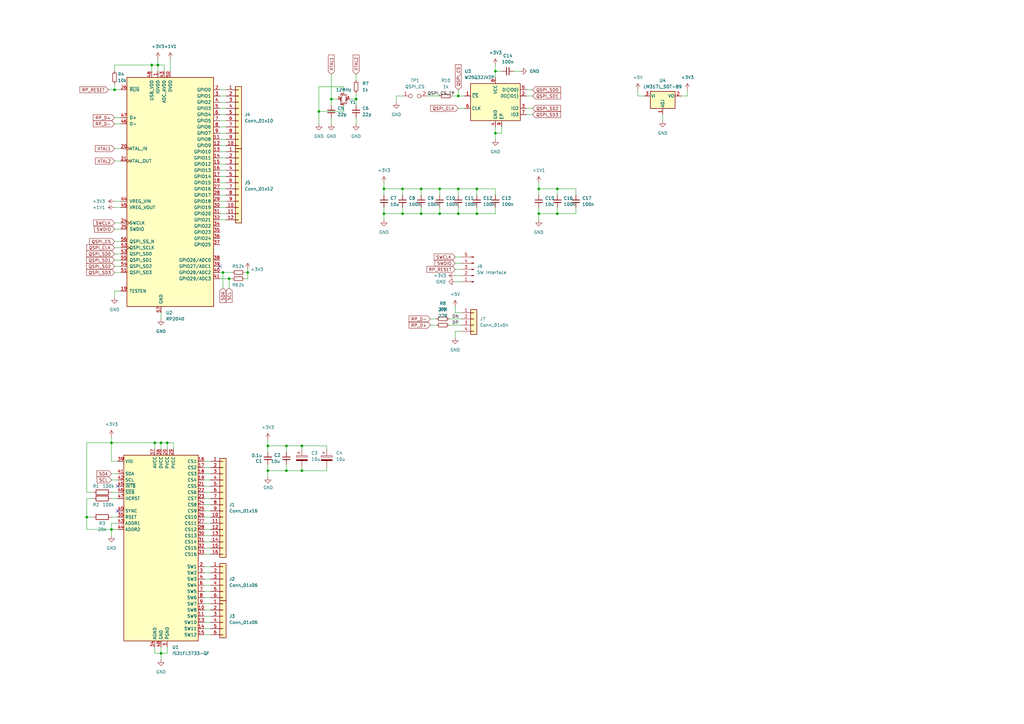
<source format=kicad_sch>
(kicad_sch (version 20230121) (generator eeschema)
  (paper "A3")
  (lib_symbols
    (symbol "Connector:Conn_01x05_Male" (pin_names (offset 1.016) hide)
      (property "Reference" "J" (at 0 7.62 0))
      (property "Value" "Conn_01x05_Male" (at 0 -7.62 0))
      (symbol "Conn_01x05_Male_1_1"
        (pin passive line (at 5.08 5.08 180) (length 3.81) (name "Pin_1") (number "1"))
        (pin passive line (at 5.08 2.54 180) (length 3.81) (name "Pin_2") (number "2"))
        (pin passive line (at 5.08 0 180) (length 3.81) (name "Pin_3") (number "3"))
        (pin passive line (at 5.08 -2.54 180) (length 3.81) (name "Pin_4") (number "4"))
        (pin passive line (at 5.08 -5.08 180) (length 3.81) (name "Pin_5") (number "5"))
      )
    )
    (symbol "Connector:TestPoint_2Pole" (pin_names (offset 0.762) hide)
      (property "Reference" "TP" (at 0 1.524 0))
      (property "Value" "TestPoint_2Pole" (at 0 -1.778 0))
      (symbol "TestPoint_2Pole_0_1"
        (pin passive line (at -5.08 0 0) (length 2.54) (name "1") (number "1"))
        (pin passive line (at 5.08 0 180) (length 2.54) (name "2") (number "2"))
      )
    )
    (symbol "Connector_Generic:Conn_01x04" (pin_names (offset 1.016) hide)
      (property "Reference" "J" (at 0 5.08 0))
      (property "Value" "Conn_01x04" (at 0 -7.62 0))
      (symbol "Conn_01x04_1_1"
        (pin passive line (at -5.08 2.54 0) (length 3.81) (name "Pin_1") (number "1"))
        (pin passive line (at -5.08 0 0) (length 3.81) (name "Pin_2") (number "2"))
        (pin passive line (at -5.08 -2.54 0) (length 3.81) (name "Pin_3") (number "3"))
        (pin passive line (at -5.08 -5.08 0) (length 3.81) (name "Pin_4") (number "4"))
      )
    )
    (symbol "Connector_Generic:Conn_01x06" (pin_names (offset 1.016) hide)
      (property "Reference" "J" (at 0 7.62 0))
      (property "Value" "Conn_01x06" (at 0 -10.16 0))
      (symbol "Conn_01x06_1_1"
        (pin passive line (at -5.08 5.08 0) (length 3.81) (name "Pin_1") (number "1"))
        (pin passive line (at -5.08 2.54 0) (length 3.81) (name "Pin_2") (number "2"))
        (pin passive line (at -5.08 0 0) (length 3.81) (name "Pin_3") (number "3"))
        (pin passive line (at -5.08 -2.54 0) (length 3.81) (name "Pin_4") (number "4"))
        (pin passive line (at -5.08 -5.08 0) (length 3.81) (name "Pin_5") (number "5"))
        (pin passive line (at -5.08 -7.62 0) (length 3.81) (name "Pin_6") (number "6"))
      )
    )
    (symbol "Connector_Generic:Conn_01x10" (pin_names (offset 1.016) hide)
      (property "Reference" "J" (at 0 12.7 0))
      (property "Value" "Conn_01x10" (at 0 -15.24 0))
      (symbol "Conn_01x10_1_1"
        (pin passive line (at -5.08 10.16 0) (length 3.81) (name "Pin_1") (number "1"))
        (pin passive line (at -5.08 -12.7 0) (length 3.81) (name "Pin_10") (number "10"))
        (pin passive line (at -5.08 7.62 0) (length 3.81) (name "Pin_2") (number "2"))
        (pin passive line (at -5.08 5.08 0) (length 3.81) (name "Pin_3") (number "3"))
        (pin passive line (at -5.08 2.54 0) (length 3.81) (name "Pin_4") (number "4"))
        (pin passive line (at -5.08 0 0) (length 3.81) (name "Pin_5") (number "5"))
        (pin passive line (at -5.08 -2.54 0) (length 3.81) (name "Pin_6") (number "6"))
        (pin passive line (at -5.08 -5.08 0) (length 3.81) (name "Pin_7") (number "7"))
        (pin passive line (at -5.08 -7.62 0) (length 3.81) (name "Pin_8") (number "8"))
        (pin passive line (at -5.08 -10.16 0) (length 3.81) (name "Pin_9") (number "9"))
      )
    )
    (symbol "Connector_Generic:Conn_01x12" (pin_names (offset 1.016) hide)
      (property "Reference" "J" (at 0 15.24 0))
      (property "Value" "Conn_01x12" (at 0 -17.78 0))
      (symbol "Conn_01x12_1_1"
        (pin passive line (at -5.08 12.7 0) (length 3.81) (name "Pin_1") (number "1"))
        (pin passive line (at -5.08 -10.16 0) (length 3.81) (name "Pin_10") (number "10"))
        (pin passive line (at -5.08 -12.7 0) (length 3.81) (name "Pin_11") (number "11"))
        (pin passive line (at -5.08 -15.24 0) (length 3.81) (name "Pin_12") (number "12"))
        (pin passive line (at -5.08 10.16 0) (length 3.81) (name "Pin_2") (number "2"))
        (pin passive line (at -5.08 7.62 0) (length 3.81) (name "Pin_3") (number "3"))
        (pin passive line (at -5.08 5.08 0) (length 3.81) (name "Pin_4") (number "4"))
        (pin passive line (at -5.08 2.54 0) (length 3.81) (name "Pin_5") (number "5"))
        (pin passive line (at -5.08 0 0) (length 3.81) (name "Pin_6") (number "6"))
        (pin passive line (at -5.08 -2.54 0) (length 3.81) (name "Pin_7") (number "7"))
        (pin passive line (at -5.08 -5.08 0) (length 3.81) (name "Pin_8") (number "8"))
        (pin passive line (at -5.08 -7.62 0) (length 3.81) (name "Pin_9") (number "9"))
      )
    )
    (symbol "Connector_Generic:Conn_01x16" (pin_names (offset 1.016) hide)
      (property "Reference" "J" (at 0 20.32 0))
      (property "Value" "Conn_01x16" (at 0 -22.86 0))
      (symbol "Conn_01x16_1_1"
        (pin passive line (at -5.08 17.78 0) (length 3.81) (name "Pin_1") (number "1"))
        (pin passive line (at -5.08 -5.08 0) (length 3.81) (name "Pin_10") (number "10"))
        (pin passive line (at -5.08 -7.62 0) (length 3.81) (name "Pin_11") (number "11"))
        (pin passive line (at -5.08 -10.16 0) (length 3.81) (name "Pin_12") (number "12"))
        (pin passive line (at -5.08 -12.7 0) (length 3.81) (name "Pin_13") (number "13"))
        (pin passive line (at -5.08 -15.24 0) (length 3.81) (name "Pin_14") (number "14"))
        (pin passive line (at -5.08 -17.78 0) (length 3.81) (name "Pin_15") (number "15"))
        (pin passive line (at -5.08 -20.32 0) (length 3.81) (name "Pin_16") (number "16"))
        (pin passive line (at -5.08 15.24 0) (length 3.81) (name "Pin_2") (number "2"))
        (pin passive line (at -5.08 12.7 0) (length 3.81) (name "Pin_3") (number "3"))
        (pin passive line (at -5.08 10.16 0) (length 3.81) (name "Pin_4") (number "4"))
        (pin passive line (at -5.08 7.62 0) (length 3.81) (name "Pin_5") (number "5"))
        (pin passive line (at -5.08 5.08 0) (length 3.81) (name "Pin_6") (number "6"))
        (pin passive line (at -5.08 2.54 0) (length 3.81) (name "Pin_7") (number "7"))
        (pin passive line (at -5.08 0 0) (length 3.81) (name "Pin_8") (number "8"))
        (pin passive line (at -5.08 -2.54 0) (length 3.81) (name "Pin_9") (number "9"))
      )
    )
    (symbol "Device:C_Polarized" (pin_numbers hide) (pin_names (offset 0.254))
      (property "Reference" "C" (at 0.635 2.54 0))
      (property "Value" "C_Polarized" (at 0.635 -2.54 0))
      (symbol "C_Polarized_1_1"
        (pin passive line (at 0 3.81 270) (length 2.794) (name "~") (number "1"))
        (pin passive line (at 0 -3.81 90) (length 2.794) (name "~") (number "2"))
      )
    )
    (symbol "Device:C_Small" (pin_numbers hide) (pin_names (offset 0.254) hide)
      (property "Reference" "C" (at 0.254 1.778 0))
      (property "Value" "C_Small" (at 0.254 -2.032 0))
      (symbol "C_Small_1_1"
        (pin passive line (at 0 2.54 270) (length 2.032) (name "~") (number "1"))
        (pin passive line (at 0 -2.54 90) (length 2.032) (name "~") (number "2"))
      )
    )
    (symbol "Device:Crystal_GND24_Small" (pin_names (offset 1.016) hide)
      (property "Reference" "Y" (at 1.27 4.445 0))
      (property "Value" "Crystal_GND24_Small" (at 1.27 2.54 0))
      (symbol "Crystal_GND24_Small_1_1"
        (pin passive line (at -2.54 0 0) (length 1.27) (name "1") (number "1"))
        (pin passive line (at 0 -2.54 90) (length 0.635) (name "2") (number "2"))
        (pin passive line (at 2.54 0 180) (length 1.27) (name "3") (number "3"))
        (pin passive line (at 0 2.54 270) (length 0.635) (name "4") (number "4"))
      )
    )
    (symbol "Device:R" (pin_numbers hide) (pin_names (offset 0))
      (property "Reference" "R" (at 2.032 0 90))
      (property "Value" "R" (at 0 0 90))
      (symbol "R_1_1"
        (pin passive line (at 0 3.81 270) (length 1.27) (name "~") (number "1"))
        (pin passive line (at 0 -3.81 90) (length 1.27) (name "~") (number "2"))
      )
    )
    (symbol "Device:R_Small" (pin_numbers hide) (pin_names (offset 0.254) hide)
      (property "Reference" "R" (at 0.762 0.508 0))
      (property "Value" "R_Small" (at 0.762 -1.016 0))
      (symbol "R_Small_1_1"
        (pin passive line (at 0 2.54 270) (length 0.762) (name "~") (number "1"))
        (pin passive line (at 0 -2.54 90) (length 0.762) (name "~") (number "2"))
      )
    )
    (symbol "Driver_LED:IS31FL3733-QF"
      (property "Reference" "U" (at 0 1.27 0))
      (property "Value" "IS31FL3733-QF" (at 0 -1.27 0))
      (symbol "IS31FL3733-QF_1_1"
        (pin no_connect line (at -15.24 -33.02 0) (length 2.54) hide (name "NC") (number "1"))
        (pin input line (at 17.78 -25.4 180) (length 2.54) (name "SW8") (number "10"))
        (pin input line (at 17.78 -27.94 180) (length 2.54) (name "SW9") (number "11"))
        (pin passive line (at 2.54 -40.64 90) (length 2.54) hide (name "PGND") (number "12"))
        (pin input line (at 17.78 -30.48 180) (length 2.54) (name "SW10") (number "13"))
        (pin input line (at 17.78 -33.02 180) (length 2.54) (name "SW11") (number "14"))
        (pin input line (at 17.78 -35.56 180) (length 2.54) (name "SW12") (number "15"))
        (pin output line (at 17.78 35.56 180) (length 2.54) (name "CS1") (number "16"))
        (pin output line (at 17.78 33.02 180) (length 2.54) (name "CS2") (number "17"))
        (pin output line (at 17.78 30.48 180) (length 2.54) (name "CS3") (number "18"))
        (pin output line (at 17.78 27.94 180) (length 2.54) (name "CS4") (number "19"))
        (pin input line (at 17.78 -7.62 180) (length 2.54) (name "SW1") (number "2"))
        (pin power_in line (at 2.54 40.64 270) (length 2.54) (name "PVCC") (number "20"))
        (pin output line (at 17.78 25.4 180) (length 2.54) (name "CS5") (number "21"))
        (pin output line (at 17.78 22.86 180) (length 2.54) (name "CS6") (number "22"))
        (pin output line (at 17.78 20.32 180) (length 2.54) (name "CS7") (number "23"))
        (pin output line (at 17.78 17.78 180) (length 2.54) (name "CS8") (number "24"))
        (pin output line (at 17.78 15.24 180) (length 2.54) (name "CS9") (number "25"))
        (pin output line (at 17.78 12.7 180) (length 2.54) (name "CS10") (number "26"))
        (pin output line (at 17.78 10.16 180) (length 2.54) (name "CS11") (number "27"))
        (pin output line (at 17.78 7.62 180) (length 2.54) (name "CS12") (number "28"))
        (pin power_in line (at 5.08 40.64 270) (length 2.54) (name "PVCC") (number "29"))
        (pin input line (at 17.78 -10.16 180) (length 2.54) (name "SW2") (number "3"))
        (pin output line (at 17.78 5.08 180) (length 2.54) (name "CS13") (number "30"))
        (pin output line (at 17.78 2.54 180) (length 2.54) (name "CS14") (number "31"))
        (pin output line (at 17.78 0 180) (length 2.54) (name "CS15") (number "32"))
        (pin output line (at 17.78 -2.54 180) (length 2.54) (name "CS16") (number "33"))
        (pin power_in line (at -2.54 -40.64 90) (length 2.54) (name "AGND") (number "34"))
        (pin passive line (at -17.78 12.7 0) (length 2.54) (name "RSET") (number "35"))
        (pin no_connect line (at -15.24 -35.56 0) (length 2.54) hide (name "NC") (number "36"))
        (pin power_in line (at -2.54 40.64 270) (length 2.54) (name "AVCC") (number "37"))
        (pin power_in line (at 0 40.64 270) (length 2.54) (name "DVCC") (number "38"))
        (pin input line (at -17.78 35.56 0) (length 2.54) (name "VIO") (number "39"))
        (pin input line (at 17.78 -12.7 180) (length 2.54) (name "SW3") (number "4"))
        (pin input line (at -17.78 15.24 0) (length 2.54) (name "SYNC") (number "40"))
        (pin bidirectional line (at -17.78 30.48 0) (length 2.54) (name "SDA") (number "41"))
        (pin input line (at -17.78 27.94 0) (length 2.54) (name "SCL") (number "42"))
        (pin input line (at -17.78 10.16 0) (length 2.54) (name "ADDR1") (number "43"))
        (pin input line (at -17.78 7.62 0) (length 2.54) (name "ADDR2") (number "44"))
        (pin open_collector line (at -17.78 25.4 0) (length 2.54) (name "~{INTB}") (number "45"))
        (pin input line (at -17.78 22.86 0) (length 2.54) (name "~{SDB}") (number "46"))
        (pin input line (at -17.78 20.32 0) (length 2.54) (name "IICRST") (number "47"))
        (pin power_in line (at 0 -40.64 90) (length 2.54) (name "GND") (number "48"))
        (pin passive line (at 0 -40.64 90) (length 2.54) hide (name "GND") (number "49"))
        (pin power_in line (at 2.54 -40.64 90) (length 2.54) (name "PGND") (number "5"))
        (pin input line (at 17.78 -15.24 180) (length 2.54) (name "SW4") (number "6"))
        (pin input line (at 17.78 -17.78 180) (length 2.54) (name "SW5") (number "7"))
        (pin input line (at 17.78 -20.32 180) (length 2.54) (name "SW6") (number "8"))
        (pin input line (at 17.78 -22.86 180) (length 2.54) (name "SW7") (number "9"))
      )
    )
    (symbol "Frooastboard Symbols:RP2040" (pin_names (offset 1.016))
      (property "Reference" "U" (at 8.89 51.435 0))
      (property "Value" "RP2040" (at 8.89 48.895 0))
      (symbol "RP2040_1_1"
        (pin power_in line (at -5.08 50.8 270) (length 2.54) (name "IOVDD") (number "1"))
        (pin power_in line (at -5.08 50.8 270) (length 2.54) hide (name "IOVDD") (number "10"))
        (pin input line (at 20.32 22.86 180) (length 2.54) (name "GPIO8") (number "11"))
        (pin input line (at 20.32 20.32 180) (length 2.54) (name "GPIO9") (number "12"))
        (pin input line (at 20.32 17.78 180) (length 2.54) (name "GPIO10") (number "13"))
        (pin input line (at 20.32 15.24 180) (length 2.54) (name "GPIO11") (number "14"))
        (pin input line (at 20.32 12.7 180) (length 2.54) (name "GPIO12") (number "15"))
        (pin input line (at 20.32 10.16 180) (length 2.54) (name "GPIO13") (number "16"))
        (pin input line (at 20.32 7.62 180) (length 2.54) (name "GPIO14") (number "17"))
        (pin input line (at 20.32 5.08 180) (length 2.54) (name "GPIO15") (number "18"))
        (pin input line (at -20.32 -39.37 0) (length 2.54) (name "TESTEN") (number "19"))
        (pin input line (at 20.32 43.18 180) (length 2.54) (name "GPIO0") (number "2"))
        (pin input clock (at -20.32 19.05 0) (length 2.54) (name "XTAL_IN") (number "20"))
        (pin input clock (at -20.32 13.97 0) (length 2.54) (name "XTAL_OUT") (number "21"))
        (pin power_in line (at -5.08 50.8 270) (length 2.54) hide (name "IOVDD") (number "22"))
        (pin power_in line (at 0 50.8 270) (length 2.54) hide (name "DVDD") (number "23"))
        (pin input clock (at -20.32 -11.43 0) (length 2.54) (name "SWCLK") (number "24"))
        (pin bidirectional line (at -20.32 -13.97 0) (length 2.54) (name "SWDIO") (number "25"))
        (pin input line (at -20.32 43.18 0) (length 2.54) (name "~{RUN}") (number "26"))
        (pin input line (at 20.32 2.54 180) (length 2.54) (name "GPIO16") (number "27"))
        (pin input line (at 20.32 0 180) (length 2.54) (name "GPIO17") (number "28"))
        (pin input line (at 20.32 -2.54 180) (length 2.54) (name "GPIO18") (number "29"))
        (pin input line (at 20.32 40.64 180) (length 2.54) (name "GPIO1") (number "3"))
        (pin input line (at 20.32 -5.08 180) (length 2.54) (name "GPIO19") (number "30"))
        (pin input line (at 20.32 -7.62 180) (length 2.54) (name "GPIO20") (number "31"))
        (pin input line (at 20.32 -10.16 180) (length 2.54) (name "GPIO21") (number "32"))
        (pin power_in line (at -5.08 50.8 270) (length 2.54) hide (name "IOVDD") (number "33"))
        (pin input line (at 20.32 -12.7 180) (length 2.54) (name "GPIO22") (number "34"))
        (pin input line (at 20.32 -15.24 180) (length 2.54) (name "GPIO23") (number "35"))
        (pin input line (at 20.32 -17.78 180) (length 2.54) (name "GPIO24") (number "36"))
        (pin input line (at 20.32 -20.32 180) (length 2.54) (name "GPIO25") (number "37"))
        (pin input line (at 20.32 -26.67 180) (length 2.54) (name "GPIO26/ADC0") (number "38"))
        (pin input line (at 20.32 -29.21 180) (length 2.54) (name "GPIO27/ADC1") (number "39"))
        (pin input line (at 20.32 38.1 180) (length 2.54) (name "GPIO2") (number "4"))
        (pin input line (at 20.32 -31.75 180) (length 2.54) (name "GPIO28/ADC2") (number "40"))
        (pin input line (at 20.32 -34.29 180) (length 2.54) (name "GPIO29/ADC3") (number "41"))
        (pin power_in line (at -5.08 50.8 270) (length 2.54) hide (name "IOVDD") (number "42"))
        (pin power_in line (at -2.54 50.8 270) (length 2.54) (name "ADC_AVDD") (number "43"))
        (pin power_in line (at -20.32 -2.54 0) (length 2.54) (name "VREG_VIN") (number "44"))
        (pin power_out line (at -20.32 -5.08 0) (length 2.54) (name "VREG_VOUT") (number "45"))
        (pin bidirectional line (at -20.32 29.21 0) (length 2.54) (name "D-") (number "46"))
        (pin bidirectional line (at -20.32 31.75 0) (length 2.54) (name "D+") (number "47"))
        (pin power_in line (at -7.62 50.8 270) (length 2.54) (name "USB_VDD") (number "48"))
        (pin power_in line (at -5.08 50.8 270) (length 2.54) hide (name "IOVDD") (number "49"))
        (pin input line (at 20.32 35.56 180) (length 2.54) (name "GPIO3") (number "5"))
        (pin power_in line (at 0 50.8 270) (length 2.54) (name "DVDD") (number "50"))
        (pin bidirectional line (at -20.32 -31.75 0) (length 2.54) (name "QSPI_SD3") (number "51"))
        (pin input clock (at -20.32 -21.59 0) (length 2.54) (name "QSPI_SCLK") (number "52"))
        (pin bidirectional line (at -20.32 -24.13 0) (length 2.54) (name "QSPI_SD0") (number "53"))
        (pin bidirectional line (at -20.32 -29.21 0) (length 2.54) (name "QSPI_SD2") (number "54"))
        (pin bidirectional line (at -20.32 -26.67 0) (length 2.54) (name "QSPI_SD1") (number "55"))
        (pin bidirectional line (at -20.32 -19.05 0) (length 2.54) (name "QSPI_SS_N") (number "56"))
        (pin power_in line (at -3.81 -48.26 90) (length 2.54) (name "GND") (number "57"))
        (pin input line (at 20.32 33.02 180) (length 2.54) (name "GPIO4") (number "6"))
        (pin input line (at 20.32 30.48 180) (length 2.54) (name "GPIO5") (number "7"))
        (pin input line (at 20.32 27.94 180) (length 2.54) (name "GPIO6") (number "8"))
        (pin input line (at 20.32 25.4 180) (length 2.54) (name "GPIO7") (number "9"))
      )
    )
    (symbol "Memory_Flash:W25Q32JVZP"
      (property "Reference" "U" (at -8.89 8.89 0))
      (property "Value" "W25Q32JVZP" (at 7.62 8.89 0))
      (symbol "W25Q32JVZP_1_1"
        (pin input line (at -12.7 2.54 0) (length 2.54) (name "~{CS}") (number "1"))
        (pin bidirectional line (at 12.7 2.54 180) (length 2.54) (name "DO(IO1)") (number "2"))
        (pin bidirectional line (at 12.7 -2.54 180) (length 2.54) (name "IO2") (number "3"))
        (pin power_in line (at 0 -10.16 90) (length 2.54) (name "GND") (number "4"))
        (pin bidirectional line (at 12.7 5.08 180) (length 2.54) (name "DI(IO0)") (number "5"))
        (pin input line (at -12.7 -2.54 0) (length 2.54) (name "CLK") (number "6"))
        (pin bidirectional line (at 12.7 -5.08 180) (length 2.54) (name "IO3") (number "7"))
        (pin power_in line (at 0 10.16 270) (length 2.54) (name "VCC") (number "8"))
        (pin passive line (at 2.54 -10.16 90) (length 2.54) (name "EP") (number "9"))
      )
    )
    (symbol "Regulator_Linear:LM317L_SOT-89" (pin_names (offset 0.254))
      (property "Reference" "U" (at -3.81 3.175 0))
      (property "Value" "LM317L_SOT-89" (at 0 3.175 0))
      (symbol "LM317L_SOT-89_1_1"
        (pin input line (at 0 -7.62 90) (length 2.54) (name "ADJ") (number "1"))
        (pin power_out line (at 7.62 0 180) (length 2.54) (name "VO") (number "2"))
        (pin power_in line (at -7.62 0 0) (length 2.54) (name "VI") (number "3"))
      )
    )
    (symbol "power:+1V1" (power) (pin_names (offset 0))
      (property "Value" "+1V1" (at 0 3.556 0))
      (symbol "+1V1_1_1"
        (pin power_in line (at 0 0 90) (length 0) hide (name "+1V1") (number "1"))
      )
    )
    (symbol "power:+3.3V" (power) (pin_names (offset 0))
      (property "Value" "+3.3V" (at 0 3.556 0))
      (symbol "+3.3V_1_1"
        (pin power_in line (at 0 0 90) (length 0) hide (name "+3V3") (number "1"))
      )
    )
    (symbol "power:+5V" (power) (pin_names (offset 0))
      (property "Value" "+5V" (at 0 3.556 0))
      (symbol "+5V_1_1"
        (pin power_in line (at 0 0 90) (length 0) hide (name "+5V") (number "1"))
      )
    )
    (symbol "power:GND" (power) (pin_names (offset 0))
      (property "Value" "GND" (at 0 -3.81 0))
      (symbol "GND_1_1"
        (pin power_in line (at 0 0 270) (length 0) hide (name "GND") (number "1"))
      )
    )
  )
  (junction (at 180.34 77.47))
  (junction (at 45.72 181.61))
  (junction (at 68.58 181.61))
  (junction (at 220.98 77.47))
  (junction (at 195.58 87.63))
  (junction (at 117.475 193.04))
  (junction (at 93.98 114.3))
  (junction (at 123.825 182.88))
  (junction (at 220.98 87.63))
  (junction (at 172.72 77.47))
  (junction (at 130.81 45.72))
  (junction (at 165.1 77.47))
  (junction (at 66.04 181.61))
  (junction (at 135.89 40.64))
  (junction (at 109.855 182.88))
  (junction (at 195.58 77.47))
  (junction (at 45.72 217.17))
  (junction (at 64.77 26.67))
  (junction (at 123.825 193.04))
  (junction (at 187.96 87.63))
  (junction (at 203.2 54.61))
  (junction (at 101.6 111.76))
  (junction (at 172.72 87.63))
  (junction (at 46.99 36.83))
  (junction (at 109.855 193.04))
  (junction (at 157.48 77.47))
  (junction (at 228.6 87.63))
  (junction (at 117.475 182.88))
  (junction (at 62.23 26.67))
  (junction (at 91.44 111.76))
  (junction (at 63.5 181.61))
  (junction (at 228.6 77.47))
  (junction (at 66.04 267.97))
  (junction (at 157.48 87.63))
  (junction (at 35.56 212.09))
  (junction (at 180.34 87.63))
  (junction (at 146.05 40.64))
  (junction (at 187.96 77.47))
  (junction (at 165.1 87.63))
  (junction (at 187.96 39.37))
  (junction (at 203.2 29.21))
  (no_connect (at 48.26 199.39))
  (no_connect (at 90.17 109.22))
  (no_connect (at 48.26 209.55))
  (wire (pts (xy 138.43 40.64) (xy 135.89 40.64)))
  (wire (pts (xy 220.98 85.09) (xy 220.98 87.63)))
  (wire (pts (xy 220.98 87.63) (xy 220.98 90.17)))
  (wire (pts (xy 46.99 50.8) (xy 49.53 50.8)))
  (wire (pts (xy 83.82 224.79) (xy 86.36 224.79)))
  (wire (pts (xy 83.82 237.49) (xy 86.36 237.49)))
  (wire (pts (xy 195.58 87.63) (xy 195.58 85.09)))
  (wire (pts (xy 63.5 265.43) (xy 63.5 267.97)))
  (wire (pts (xy 117.475 182.88) (xy 123.825 182.88)))
  (wire (pts (xy 187.96 77.47) (xy 187.96 80.01)))
  (wire (pts (xy 205.74 52.07) (xy 205.74 54.61)))
  (wire (pts (xy 46.99 104.14) (xy 49.53 104.14)))
  (wire (pts (xy 66.04 181.61) (xy 66.04 184.15)))
  (wire (pts (xy 45.72 217.17) (xy 45.72 219.71)))
  (wire (pts (xy 46.99 34.29) (xy 46.99 36.83)))
  (wire (pts (xy 68.58 181.61) (xy 68.58 184.15)))
  (wire (pts (xy 186.69 135.89) (xy 186.69 138.43)))
  (wire (pts (xy 68.58 267.97) (xy 66.04 267.97)))
  (wire (pts (xy 187.96 77.47) (xy 180.34 77.47)))
  (wire (pts (xy 157.48 74.93) (xy 157.48 77.47)))
  (wire (pts (xy 71.12 181.61) (xy 68.58 181.61)))
  (wire (pts (xy 90.17 90.17) (xy 92.71 90.17)))
  (wire (pts (xy 83.82 196.85) (xy 86.36 196.85)))
  (wire (pts (xy 83.82 217.17) (xy 86.36 217.17)))
  (wire (pts (xy 101.6 114.3) (xy 100.33 114.3)))
  (wire (pts (xy 195.58 77.47) (xy 187.96 77.47)))
  (wire (pts (xy 187.96 87.63) (xy 195.58 87.63)))
  (wire (pts (xy 186.69 113.03) (xy 189.23 113.03)))
  (wire (pts (xy 135.89 30.48) (xy 135.89 40.64)))
  (wire (pts (xy 35.56 181.61) (xy 45.72 181.61)))
  (wire (pts (xy 38.1 204.47) (xy 35.56 204.47)))
  (wire (pts (xy 157.48 77.47) (xy 165.1 77.47)))
  (wire (pts (xy 90.17 36.83) (xy 92.71 36.83)))
  (wire (pts (xy 123.825 182.88) (xy 133.985 182.88)))
  (wire (pts (xy 133.985 191.77) (xy 133.985 193.04)))
  (wire (pts (xy 90.17 80.01) (xy 92.71 80.01)))
  (wire (pts (xy 46.99 82.55) (xy 49.53 82.55)))
  (wire (pts (xy 35.56 201.93) (xy 35.56 181.61)))
  (wire (pts (xy 45.72 214.63) (xy 45.72 217.17)))
  (wire (pts (xy 35.56 217.17) (xy 45.72 217.17)))
  (wire (pts (xy 186.69 107.95) (xy 189.23 107.95)))
  (wire (pts (xy 189.23 128.27) (xy 186.69 128.27)))
  (wire (pts (xy 63.5 181.61) (xy 45.72 181.61)))
  (wire (pts (xy 83.82 201.93) (xy 86.36 201.93)))
  (wire (pts (xy 64.77 26.67) (xy 64.77 29.21)))
  (wire (pts (xy 90.17 85.09) (xy 92.71 85.09)))
  (wire (pts (xy 203.2 87.63) (xy 203.2 85.09)))
  (wire (pts (xy 203.2 29.21) (xy 205.74 29.21)))
  (wire (pts (xy 135.89 48.26) (xy 135.89 50.8)))
  (wire (pts (xy 83.82 209.55) (xy 86.36 209.55)))
  (wire (pts (xy 46.99 93.98) (xy 49.53 93.98)))
  (wire (pts (xy 184.15 130.81) (xy 189.23 130.81)))
  (wire (pts (xy 83.82 257.81) (xy 86.36 257.81)))
  (wire (pts (xy 117.475 182.88) (xy 117.475 185.42)))
  (wire (pts (xy 186.69 115.57) (xy 189.23 115.57)))
  (wire (pts (xy 66.04 128.27) (xy 66.04 130.81)))
  (wire (pts (xy 45.72 212.09) (xy 48.26 212.09)))
  (wire (pts (xy 83.82 247.65) (xy 86.36 247.65)))
  (wire (pts (xy 101.6 111.76) (xy 101.6 114.3)))
  (wire (pts (xy 83.82 212.09) (xy 86.36 212.09)))
  (wire (pts (xy 228.6 87.63) (xy 228.6 85.09)))
  (wire (pts (xy 46.99 29.21) (xy 46.99 26.67)))
  (wire (pts (xy 46.99 48.26) (xy 49.53 48.26)))
  (wire (pts (xy 46.99 66.04) (xy 49.53 66.04)))
  (wire (pts (xy 68.58 181.61) (xy 66.04 181.61)))
  (wire (pts (xy 83.82 199.39) (xy 86.36 199.39)))
  (wire (pts (xy 146.05 30.48) (xy 146.05 33.02)))
  (wire (pts (xy 180.34 77.47) (xy 172.72 77.47)))
  (wire (pts (xy 45.72 194.31) (xy 48.26 194.31)))
  (wire (pts (xy 109.855 193.04) (xy 109.855 195.58)))
  (wire (pts (xy 83.82 207.01) (xy 86.36 207.01)))
  (wire (pts (xy 46.99 111.76) (xy 49.53 111.76)))
  (wire (pts (xy 90.17 57.15) (xy 92.71 57.15)))
  (wire (pts (xy 215.9 46.99) (xy 218.44 46.99)))
  (wire (pts (xy 140.97 43.18) (xy 140.97 45.72)))
  (wire (pts (xy 157.48 77.47) (xy 157.48 80.01)))
  (wire (pts (xy 180.34 87.63) (xy 187.96 87.63)))
  (wire (pts (xy 90.17 44.45) (xy 92.71 44.45)))
  (wire (pts (xy 83.82 227.33) (xy 86.36 227.33)))
  (wire (pts (xy 83.82 242.57) (xy 86.36 242.57)))
  (wire (pts (xy 203.2 29.21) (xy 203.2 31.75)))
  (wire (pts (xy 261.62 36.83) (xy 261.62 39.37)))
  (wire (pts (xy 203.2 26.67) (xy 203.2 29.21)))
  (wire (pts (xy 90.17 67.31) (xy 92.71 67.31)))
  (wire (pts (xy 165.1 87.63) (xy 165.1 85.09)))
  (wire (pts (xy 90.17 52.07) (xy 92.71 52.07)))
  (wire (pts (xy 90.17 62.23) (xy 92.71 62.23)))
  (wire (pts (xy 133.985 182.88) (xy 133.985 184.15)))
  (wire (pts (xy 236.22 87.63) (xy 236.22 85.09)))
  (wire (pts (xy 83.82 189.23) (xy 86.36 189.23)))
  (wire (pts (xy 45.72 217.17) (xy 48.26 217.17)))
  (wire (pts (xy 90.17 64.77) (xy 92.71 64.77)))
  (wire (pts (xy 45.72 201.93) (xy 48.26 201.93)))
  (wire (pts (xy 215.9 44.45) (xy 218.44 44.45)))
  (wire (pts (xy 146.05 40.64) (xy 146.05 43.18)))
  (wire (pts (xy 203.2 77.47) (xy 203.2 80.01)))
  (wire (pts (xy 203.2 52.07) (xy 203.2 54.61)))
  (wire (pts (xy 46.99 36.83) (xy 49.53 36.83)))
  (wire (pts (xy 35.56 212.09) (xy 38.1 212.09)))
  (wire (pts (xy 90.17 87.63) (xy 92.71 87.63)))
  (wire (pts (xy 90.17 111.76) (xy 91.44 111.76)))
  (wire (pts (xy 63.5 267.97) (xy 66.04 267.97)))
  (wire (pts (xy 83.82 222.25) (xy 86.36 222.25)))
  (wire (pts (xy 184.15 133.35) (xy 189.23 133.35)))
  (wire (pts (xy 165.1 39.37) (xy 162.56 39.37)))
  (wire (pts (xy 83.82 219.71) (xy 86.36 219.71)))
  (wire (pts (xy 109.855 180.34) (xy 109.855 182.88)))
  (wire (pts (xy 165.1 77.47) (xy 165.1 80.01)))
  (wire (pts (xy 83.82 204.47) (xy 86.36 204.47)))
  (wire (pts (xy 195.58 87.63) (xy 203.2 87.63)))
  (wire (pts (xy 46.99 109.22) (xy 49.53 109.22)))
  (wire (pts (xy 220.98 87.63) (xy 228.6 87.63)))
  (wire (pts (xy 90.17 54.61) (xy 92.71 54.61)))
  (wire (pts (xy 220.98 77.47) (xy 220.98 80.01)))
  (wire (pts (xy 215.9 36.83) (xy 218.44 36.83)))
  (wire (pts (xy 83.82 194.31) (xy 86.36 194.31)))
  (wire (pts (xy 281.94 39.37) (xy 281.94 36.83)))
  (wire (pts (xy 220.98 74.93) (xy 220.98 77.47)))
  (wire (pts (xy 279.4 39.37) (xy 281.94 39.37)))
  (wire (pts (xy 64.77 26.67) (xy 64.77 24.13)))
  (wire (pts (xy 109.855 182.88) (xy 109.855 185.42)))
  (wire (pts (xy 45.72 179.07) (xy 45.72 181.61)))
  (wire (pts (xy 236.22 77.47) (xy 236.22 80.01)))
  (wire (pts (xy 271.78 46.99) (xy 271.78 49.53)))
  (wire (pts (xy 90.17 41.91) (xy 92.71 41.91)))
  (wire (pts (xy 117.475 193.04) (xy 123.825 193.04)))
  (wire (pts (xy 83.82 234.95) (xy 86.36 234.95)))
  (wire (pts (xy 67.31 26.67) (xy 64.77 26.67)))
  (wire (pts (xy 90.17 49.53) (xy 92.71 49.53)))
  (wire (pts (xy 146.05 48.26) (xy 146.05 50.8)))
  (wire (pts (xy 143.51 40.64) (xy 146.05 40.64)))
  (wire (pts (xy 62.23 29.21) (xy 62.23 26.67)))
  (wire (pts (xy 123.825 191.77) (xy 123.825 193.04)))
  (wire (pts (xy 210.82 29.21) (xy 213.36 29.21)))
  (wire (pts (xy 66.04 267.97) (xy 66.04 265.43)))
  (wire (pts (xy 175.26 39.37) (xy 180.34 39.37)))
  (wire (pts (xy 44.45 36.83) (xy 46.99 36.83)))
  (wire (pts (xy 157.48 87.63) (xy 165.1 87.63)))
  (wire (pts (xy 90.17 69.85) (xy 92.71 69.85)))
  (wire (pts (xy 176.53 133.35) (xy 179.07 133.35)))
  (wire (pts (xy 157.48 85.09) (xy 157.48 87.63)))
  (wire (pts (xy 67.31 29.21) (xy 67.31 26.67)))
  (wire (pts (xy 83.82 191.77) (xy 86.36 191.77)))
  (wire (pts (xy 93.98 114.3) (xy 95.25 114.3)))
  (wire (pts (xy 46.99 85.09) (xy 49.53 85.09)))
  (wire (pts (xy 130.81 45.72) (xy 130.81 50.8)))
  (wire (pts (xy 180.34 77.47) (xy 180.34 80.01)))
  (wire (pts (xy 187.96 44.45) (xy 190.5 44.45)))
  (wire (pts (xy 165.1 87.63) (xy 172.72 87.63)))
  (wire (pts (xy 46.99 99.06) (xy 49.53 99.06)))
  (wire (pts (xy 62.23 26.67) (xy 64.77 26.67)))
  (wire (pts (xy 101.6 110.49) (xy 101.6 111.76)))
  (wire (pts (xy 203.2 54.61) (xy 203.2 57.15)))
  (wire (pts (xy 91.44 111.76) (xy 95.25 111.76)))
  (wire (pts (xy 90.17 74.93) (xy 92.71 74.93)))
  (wire (pts (xy 83.82 245.11) (xy 86.36 245.11)))
  (wire (pts (xy 90.17 59.69) (xy 92.71 59.69)))
  (wire (pts (xy 187.96 36.83) (xy 187.96 39.37)))
  (wire (pts (xy 83.82 240.03) (xy 86.36 240.03)))
  (wire (pts (xy 130.81 35.56) (xy 140.97 35.56)))
  (wire (pts (xy 186.69 128.27) (xy 186.69 125.73)))
  (wire (pts (xy 38.1 201.93) (xy 35.56 201.93)))
  (wire (pts (xy 83.82 250.19) (xy 86.36 250.19)))
  (wire (pts (xy 48.26 214.63) (xy 45.72 214.63)))
  (wire (pts (xy 46.99 91.44) (xy 49.53 91.44)))
  (wire (pts (xy 195.58 77.47) (xy 195.58 80.01)))
  (wire (pts (xy 49.53 119.38) (xy 46.99 119.38)))
  (wire (pts (xy 185.42 39.37) (xy 187.96 39.37)))
  (wire (pts (xy 90.17 46.99) (xy 92.71 46.99)))
  (wire (pts (xy 35.56 212.09) (xy 35.56 217.17)))
  (wire (pts (xy 90.17 82.55) (xy 92.71 82.55)))
  (wire (pts (xy 228.6 77.47) (xy 228.6 80.01)))
  (wire (pts (xy 45.72 189.23) (xy 45.72 181.61)))
  (wire (pts (xy 228.6 87.63) (xy 236.22 87.63)))
  (wire (pts (xy 228.6 77.47) (xy 236.22 77.47)))
  (wire (pts (xy 117.475 190.5) (xy 117.475 193.04)))
  (wire (pts (xy 130.81 45.72) (xy 140.97 45.72)))
  (wire (pts (xy 187.96 87.63) (xy 187.96 85.09)))
  (wire (pts (xy 83.82 255.27) (xy 86.36 255.27)))
  (wire (pts (xy 83.82 260.35) (xy 86.36 260.35)))
  (wire (pts (xy 83.82 232.41) (xy 86.36 232.41)))
  (wire (pts (xy 123.825 193.04) (xy 133.985 193.04)))
  (wire (pts (xy 157.48 87.63) (xy 157.48 90.17)))
  (wire (pts (xy 66.04 267.97) (xy 66.04 270.51)))
  (wire (pts (xy 109.855 182.88) (xy 117.475 182.88)))
  (wire (pts (xy 45.72 196.85) (xy 48.26 196.85)))
  (wire (pts (xy 186.69 110.49) (xy 189.23 110.49)))
  (wire (pts (xy 48.26 189.23) (xy 45.72 189.23)))
  (wire (pts (xy 91.44 111.76) (xy 91.44 118.11)))
  (wire (pts (xy 90.17 77.47) (xy 92.71 77.47)))
  (wire (pts (xy 90.17 72.39) (xy 92.71 72.39)))
  (wire (pts (xy 46.99 60.96) (xy 49.53 60.96)))
  (wire (pts (xy 172.72 77.47) (xy 165.1 77.47)))
  (wire (pts (xy 172.72 87.63) (xy 180.34 87.63)))
  (wire (pts (xy 176.53 130.81) (xy 179.07 130.81)))
  (wire (pts (xy 100.33 111.76) (xy 101.6 111.76)))
  (wire (pts (xy 215.9 39.37) (xy 218.44 39.37)))
  (wire (pts (xy 135.89 40.64) (xy 135.89 43.18)))
  (wire (pts (xy 69.85 24.13) (xy 69.85 29.21)))
  (wire (pts (xy 180.34 87.63) (xy 180.34 85.09)))
  (wire (pts (xy 46.99 106.68) (xy 49.53 106.68)))
  (wire (pts (xy 203.2 77.47) (xy 195.58 77.47)))
  (wire (pts (xy 172.72 77.47) (xy 172.72 80.01)))
  (wire (pts (xy 63.5 181.61) (xy 63.5 184.15)))
  (wire (pts (xy 189.23 135.89) (xy 186.69 135.89)))
  (wire (pts (xy 46.99 26.67) (xy 62.23 26.67)))
  (wire (pts (xy 123.825 182.88) (xy 123.825 184.15)))
  (wire (pts (xy 187.96 39.37) (xy 190.5 39.37)))
  (wire (pts (xy 205.74 54.61) (xy 203.2 54.61)))
  (wire (pts (xy 261.62 39.37) (xy 264.16 39.37)))
  (wire (pts (xy 46.99 119.38) (xy 46.99 121.92)))
  (wire (pts (xy 90.17 114.3) (xy 93.98 114.3)))
  (wire (pts (xy 109.855 193.04) (xy 117.475 193.04)))
  (wire (pts (xy 140.97 38.1) (xy 140.97 35.56)))
  (wire (pts (xy 68.58 265.43) (xy 68.58 267.97)))
  (wire (pts (xy 186.69 105.41) (xy 189.23 105.41)))
  (wire (pts (xy 35.56 204.47) (xy 35.56 212.09)))
  (wire (pts (xy 172.72 87.63) (xy 172.72 85.09)))
  (wire (pts (xy 46.99 101.6) (xy 49.53 101.6)))
  (wire (pts (xy 45.72 204.47) (xy 48.26 204.47)))
  (wire (pts (xy 83.82 252.73) (xy 86.36 252.73)))
  (wire (pts (xy 162.56 39.37) (xy 162.56 41.91)))
  (wire (pts (xy 83.82 214.63) (xy 86.36 214.63)))
  (wire (pts (xy 90.17 39.37) (xy 92.71 39.37)))
  (wire (pts (xy 93.98 114.3) (xy 93.98 118.11)))
  (wire (pts (xy 220.98 77.47) (xy 228.6 77.47)))
  (wire (pts (xy 66.04 181.61) (xy 63.5 181.61)))
  (wire (pts (xy 146.05 38.1) (xy 146.05 40.64)))
  (wire (pts (xy 130.81 45.72) (xy 130.81 35.56)))
  (wire (pts (xy 109.855 193.04) (xy 109.855 190.5)))
  (wire (pts (xy 71.12 184.15) (xy 71.12 181.61)))
  (label "DN" (at 185.42 130.81 0))
  (label "DP" (at 185.42 133.35 0))
  (label "QSPI_CS_TP" (at 175.26 39.37 0))
  (global_label "XTAL2" (shape input) (at 46.99 66.04 180) (property "Intersheetrefs" "${INTERSHEET_REFS}" (effects hide)))
  (global_label "QSPI_SD0" (shape input) (at 46.99 104.14 180) (property "Intersheetrefs" "${INTERSHEET_REFS}" (effects hide)))
  (global_label "XTAL1" (shape input) (at 46.99 60.96 180) (property "Intersheetrefs" "${INTERSHEET_REFS}" (effects hide)))
  (global_label "QSPI_SD1" (shape input) (at 46.99 106.68 180) (property "Intersheetrefs" "${INTERSHEET_REFS}" (effects hide)))
  (global_label "QSPI_CS" (shape input) (at 187.96 36.83 90) (property "Intersheetrefs" "${INTERSHEET_REFS}" (effects hide)))
  (global_label "RP_D+" (shape input) (at 176.53 133.35 180) (property "Intersheetrefs" "${INTERSHEET_REFS}" (effects hide)))
  (global_label "QSPI_SD2" (shape input) (at 46.99 109.22 180) (property "Intersheetrefs" "${INTERSHEET_REFS}" (effects hide)))
  (global_label "QSPI_SD0" (shape input) (at 218.44 36.83 0) (property "Intersheetrefs" "${INTERSHEET_REFS}" (effects hide)))
  (global_label "XTAL1" (shape input) (at 135.89 30.48 90) (property "Intersheetrefs" "${INTERSHEET_REFS}" (effects hide)))
  (global_label "RP_D-" (shape input) (at 176.53 130.81 180) (property "Intersheetrefs" "${INTERSHEET_REFS}" (effects hide)))
  (global_label "RP_RESET" (shape input) (at 186.69 110.49 180) (property "Intersheetrefs" "${INTERSHEET_REFS}" (effects hide)))
  (global_label "QSPI_CLK" (shape input) (at 46.99 101.6 180) (property "Intersheetrefs" "${INTERSHEET_REFS}" (effects hide)))
  (global_label "SWDIO" (shape input) (at 46.99 93.98 180) (property "Intersheetrefs" "${INTERSHEET_REFS}" (effects hide)))
  (global_label "RP_D+" (shape input) (at 46.99 48.26 180) (property "Intersheetrefs" "${INTERSHEET_REFS}" (effects hide)))
  (global_label "SWDIO" (shape input) (at 186.69 107.95 180) (property "Intersheetrefs" "${INTERSHEET_REFS}" (effects hide)))
  (global_label "RP_RESET" (shape input) (at 44.45 36.83 180) (property "Intersheetrefs" "${INTERSHEET_REFS}" (effects hide)))
  (global_label "SWCLK" (shape input) (at 46.99 91.44 180) (property "Intersheetrefs" "${INTERSHEET_REFS}" (effects hide)))
  (global_label "QSPI_SD3" (shape input) (at 46.99 111.76 180) (property "Intersheetrefs" "${INTERSHEET_REFS}" (effects hide)))
  (global_label "SCL" (shape input) (at 93.98 118.11 270) (property "Intersheetrefs" "${INTERSHEET_REFS}" (effects hide)))
  (global_label "SDA" (shape input) (at 91.44 118.11 270) (property "Intersheetrefs" "${INTERSHEET_REFS}" (effects hide)))
  (global_label "QSPI_CLK" (shape input) (at 187.96 44.45 180) (property "Intersheetrefs" "${INTERSHEET_REFS}" (effects hide)))
  (global_label "RP_D-" (shape input) (at 46.99 50.8 180) (property "Intersheetrefs" "${INTERSHEET_REFS}" (effects hide)))
  (global_label "QSPI_SD2" (shape input) (at 218.44 44.45 0) (property "Intersheetrefs" "${INTERSHEET_REFS}" (effects hide)))
  (global_label "QSPI_CS" (shape input) (at 46.99 99.06 180) (property "Intersheetrefs" "${INTERSHEET_REFS}" (effects hide)))
  (global_label "SCL" (shape input) (at 45.72 196.85 180) (property "Intersheetrefs" "${INTERSHEET_REFS}" (effects hide)))
  (global_label "SWCLK" (shape input) (at 186.69 105.41 180) (property "Intersheetrefs" "${INTERSHEET_REFS}" (effects hide)))
  (global_label "SDA" (shape input) (at 45.72 194.31 180) (property "Intersheetrefs" "${INTERSHEET_REFS}" (effects hide)))
  (global_label "QSPI_SD1" (shape input) (at 218.44 39.37 0) (property "Intersheetrefs" "${INTERSHEET_REFS}" (effects hide)))
  (global_label "QSPI_SD3" (shape input) (at 218.44 46.99 0) (property "Intersheetrefs" "${INTERSHEET_REFS}" (effects hide)))
  (global_label "XTAL2" (shape input) (at 146.05 30.48 90) (property "Intersheetrefs" "${INTERSHEET_REFS}" (effects hide)))
  (symbol (lib_id "Device:C_Small") (at 187.96 82.55 0) (unit 1)
    (property "Reference" "C11" (at 190.5 81.2862 0) (effects (justify left)))
    (property "Value" "100n" (at 190.5 83.8262 0) (effects (justify left)))
    (property "Footprint" "Capacitor_SMD:C_0402_1005Metric" (effects hide))
  )
  (symbol (lib_id "power:GND") (at 66.04 130.81 0) (unit 1)
    (property "Reference" "#PWR07" (effects hide))
    (property "Value" "GND" (at 66.04 135.89 0))
  )
  (symbol (lib_id "Connector_Generic:Conn_01x04") (at 194.31 130.81 0) (unit 1)
    (property "Reference" "J7" (at 196.85 130.8099 0) (effects (justify left)))
    (property "Value" "Conn_01x04" (at 196.85 133.3499 0) (effects (justify left)))
    (property "Footprint" "Frooastboard Footprints:PinHeader_1x04_P1.27mm_Vertical" (effects hide))
  )
  (symbol (lib_id "power:+3.3V") (at 203.2 26.67 0) (unit 1)
    (property "Reference" "#PWR023" (effects hide))
    (property "Value" "+3.3V" (at 203.2 21.59 0))
  )
  (symbol (lib_id "Device:C_Small") (at 172.72 82.55 0) (unit 1)
    (property "Reference" "C9" (at 175.26 81.2862 0) (effects (justify left)))
    (property "Value" "100n" (at 175.26 83.8262 0) (effects (justify left)))
    (property "Footprint" "Capacitor_SMD:C_0402_1005Metric" (effects hide))
  )
  (symbol (lib_id "power:+3.3V") (at 186.69 113.03 90) (unit 1)
    (property "Reference" "#PWR019" (effects hide))
    (property "Value" "+3.3V" (at 177.8 113.03 90) (effects (justify right)))
  )
  (symbol (lib_id "power:GND") (at 130.81 50.8 0) (unit 1)
    (property "Reference" "#PWR013" (effects hide))
    (property "Value" "GND" (at 130.81 55.88 0))
  )
  (symbol (lib_id "power:+3.3V") (at 46.99 82.55 90) (unit 1)
    (property "Reference" "#PWR03" (effects hide))
    (property "Value" "+3.3V" (at 43.18 82.5499 90) (effects (justify left)))
  )
  (symbol (lib_id "power:+3.3V") (at 101.6 110.49 0) (unit 1)
    (property "Reference" "#PWR010" (effects hide))
    (property "Value" "+3.3V" (at 105.41 110.49 0))
  )
  (symbol (lib_id "power:+1V1") (at 69.85 24.13 0) (unit 1)
    (property "Reference" "#PWR09" (effects hide))
    (property "Value" "+1V1" (at 69.85 19.05 0))
  )
  (symbol (lib_id "Device:C_Small") (at 228.6 82.55 0) (unit 1)
    (property "Reference" "C16" (at 231.14 81.2862 0) (effects (justify left)))
    (property "Value" "100n" (at 231.14 83.8262 0) (effects (justify left)))
    (property "Footprint" "Capacitor_SMD:C_0402_1005Metric" (effects hide))
  )
  (symbol (lib_id "power:+3.3V") (at 157.48 74.93 0) (unit 1)
    (property "Reference" "#PWR016" (effects hide))
    (property "Value" "+3.3V" (at 157.48 69.85 0))
  )
  (symbol (lib_id "power:GND") (at 146.05 50.8 0) (unit 1)
    (property "Reference" "#PWR015" (effects hide))
    (property "Value" "GND" (at 146.05 55.88 0))
  )
  (symbol (lib_id "Device:C_Small") (at 203.2 82.55 0) (unit 1)
    (property "Reference" "C13" (at 205.74 81.2862 0) (effects (justify left)))
    (property "Value" "100n" (at 205.74 83.8262 0) (effects (justify left)))
    (property "Footprint" "Capacitor_SMD:C_0402_1005Metric" (effects hide))
  )
  (symbol (lib_id "Connector_Generic:Conn_01x06") (at 91.44 237.49 0) (unit 1)
    (property "Reference" "J2" (at 93.98 237.4899 0) (effects (justify left)))
    (property "Value" "Conn_01x06" (at 93.98 240.0299 0) (effects (justify left)))
    (property "Footprint" "Frooastboard Footprints:PinHeader_1x06_P1.27mm_Vertical" (effects hide))
  )
  (symbol (lib_id "Device:C_Small") (at 208.28 29.21 270) (unit 1)
    (property "Reference" "C14" (at 208.2736 22.86 90))
    (property "Value" "100n" (at 208.2736 25.4 90))
    (property "Footprint" "Capacitor_SMD:C_0402_1005Metric" (effects hide))
  )
  (symbol (lib_id "power:GND") (at 203.2 57.15 0) (unit 1)
    (property "Reference" "#PWR024" (effects hide))
    (property "Value" "GND" (at 203.2 62.23 0))
  )
  (symbol (lib_id "Connector_Generic:Conn_01x06") (at 91.44 252.73 0) (unit 1)
    (property "Reference" "J3" (at 93.98 252.7299 0) (effects (justify left)))
    (property "Value" "Conn_01x06" (at 93.98 255.2699 0) (effects (justify left)))
    (property "Footprint" "Frooastboard Footprints:PinHeader_1x06_P1.27mm_Vertical" (effects hide))
  )
  (symbol (lib_id "power:+5V") (at 261.62 36.83 0) (unit 1)
    (property "Reference" "#PWR028" (effects hide))
    (property "Value" "+5V" (at 261.62 31.75 0))
  )
  (symbol (lib_id "power:+1V1") (at 46.99 85.09 90) (unit 1)
    (property "Reference" "#PWR04" (effects hide))
    (property "Value" "+1V1" (at 43.18 85.0899 90) (effects (justify left)))
  )
  (symbol (lib_id "power:+1V1") (at 220.98 74.93 0) (unit 1)
    (property "Reference" "#PWR026" (effects hide))
    (property "Value" "+1V1" (at 220.98 69.85 0))
  )
  (symbol (lib_id "power:+3.3V") (at 281.94 36.83 0) (unit 1)
    (property "Reference" "#PWR030" (effects hide))
    (property "Value" "+3.3V" (at 281.94 31.75 0))
  )
  (symbol (lib_id "Device:C_Small") (at 135.89 45.72 180) (unit 1)
    (property "Reference" "C5" (at 138.43 44.4435 0) (effects (justify right)))
    (property "Value" "22p" (at 138.43 46.9835 0) (effects (justify right)))
    (property "Footprint" "Capacitor_SMD:C_0402_1005Metric" (effects hide))
  )
  (symbol (lib_id "Device:C_Small") (at 180.34 82.55 0) (unit 1)
    (property "Reference" "C10" (at 182.88 81.2862 0) (effects (justify left)))
    (property "Value" "100n" (at 182.88 83.8262 0) (effects (justify left)))
    (property "Footprint" "Capacitor_SMD:C_0402_1005Metric" (effects hide))
  )
  (symbol (lib_id "Device:C_Small") (at 117.475 187.96 0) (unit 1)
    (property "Reference" "C2" (at 112.395 186.69 0) (effects (justify left)))
    (property "Value" "10u" (at 111.125 189.23 0) (effects (justify left)))
    (property "Footprint" "Capacitor_SMD:C_0402_1005Metric" (effects hide))
  )
  (symbol (lib_id "Device:R_Small") (at 97.79 111.76 90) (unit 1)
    (property "Reference" "R5" (at 96.52 109.22 90))
    (property "Value" "2k" (at 99.06 109.22 90))
    (property "Footprint" "Resistor_SMD:R_0402_1005Metric" (effects hide))
  )
  (symbol (lib_id "Device:R_Small") (at 146.05 35.56 0) (unit 1)
    (property "Reference" "R7" (at 148.59 34.2899 0) (effects (justify left)))
    (property "Value" "1k" (at 148.59 36.8299 0) (effects (justify left)))
    (property "Footprint" "Resistor_SMD:R_0402_1005Metric" (effects hide))
  )
  (symbol (lib_id "power:+3.3V") (at 45.72 179.07 0) (unit 1)
    (property "Reference" "#PWR01" (effects hide))
    (property "Value" "+3.3V" (at 45.72 173.99 0))
  )
  (symbol (lib_id "Device:R_Small") (at 182.88 39.37 90) (unit 1)
    (property "Reference" "R10" (at 182.88 33.02 90))
    (property "Value" "1k" (at 182.88 35.56 90))
    (property "Footprint" "Resistor_SMD:R_0805_2012Metric" (effects hide))
  )
  (symbol (lib_id "power:+3.3V") (at 109.855 180.34 0) (unit 1)
    (property "Reference" "#PWR011" (effects hide))
    (property "Value" "+3.3V" (at 109.855 175.26 0))
  )
  (symbol (lib_id "power:+5V") (at 186.69 125.73 0) (unit 1)
    (property "Reference" "#PWR021" (effects hide))
    (property "Value" "+5V" (at 186.69 120.65 0))
  )
  (symbol (lib_id "Device:Crystal_GND24_Small") (at 140.97 40.64 0) (unit 1)
    (property "Reference" "Y1" (at 144.78 41.91 0))
    (property "Value" "12MHz" (at 140.97 36.83 0))
    (property "Footprint" "Crystal:Crystal_SMD_3225-4Pin_3.2x2.5mm" (effects hide))
  )
  (symbol (lib_id "Device:C_Small") (at 236.22 82.55 0) (unit 1)
    (property "Reference" "C17" (at 238.76 81.2862 0) (effects (justify left)))
    (property "Value" "100n" (at 238.76 83.8262 0) (effects (justify left)))
    (property "Footprint" "Capacitor_SMD:C_0402_1005Metric" (effects hide))
  )
  (symbol (lib_id "Device:R_Small") (at 97.79 114.3 90) (unit 1)
    (property "Reference" "R6" (at 96.52 116.84 90))
    (property "Value" "2k" (at 99.06 116.84 90))
    (property "Footprint" "Resistor_SMD:R_0402_1005Metric" (effects hide))
  )
  (symbol (lib_id "power:GND") (at 66.04 270.51 0) (unit 1)
    (property "Reference" "#PWR08" (effects hide))
    (property "Value" "GND" (at 66.04 275.59 0))
  )
  (symbol (lib_id "Device:R") (at 41.91 201.93 90) (unit 1)
    (property "Reference" "R1" (at 39.37 199.39 90))
    (property "Value" "100k" (at 44.45 199.39 90))
    (property "Footprint" "Resistor_SMD:R_0402_1005Metric" (effects hide))
  )
  (symbol (lib_id "Connector_Generic:Conn_01x12") (at 97.79 74.93 0) (unit 1)
    (property "Reference" "J5" (at 100.33 74.9299 0) (effects (justify left)))
    (property "Value" "Conn_01x12" (at 100.33 77.4699 0) (effects (justify left)))
    (property "Footprint" "Frooastboard Footprints:PinHeader_1x12_P1.27mm_Vertical" (effects hide))
  )
  (symbol (lib_id "power:GND") (at 213.36 29.21 90) (unit 1)
    (property "Reference" "#PWR025" (effects hide))
    (property "Value" "GND" (at 217.17 29.2099 90) (effects (justify right)))
  )
  (symbol (lib_id "Device:R") (at 41.91 204.47 90) (unit 1)
    (property "Reference" "R2" (at 39.37 207.01 90))
    (property "Value" "100k" (at 44.45 207.01 90))
    (property "Footprint" "Resistor_SMD:R_0402_1005Metric" (effects hide))
  )
  (symbol (lib_id "Driver_LED:IS31FL3733-QF") (at 66.04 224.79 0) (unit 1)
    (property "Reference" "U1" (at 70.5994 265.43 0) (effects (justify left)))
    (property "Value" "IS31FL3733-QF" (at 70.5994 267.97 0) (effects (justify left)))
    (property "Footprint" "Package_DFN_QFN:QFN-48-1EP_6x6mm_P0.4mm_EP4.2x4.2mm" (effects hide))
    (property "Datasheet" "http://www.issi.com/WW/pdf/IS31FL3733.pdf" (effects hide))
  )
  (symbol (lib_id "power:GND") (at 46.99 121.92 0) (unit 1)
    (property "Reference" "#PWR05" (effects hide))
    (property "Value" "GND" (at 46.99 127 0))
  )
  (symbol (lib_id "Device:C_Small") (at 220.98 82.55 0) (unit 1)
    (property "Reference" "C15" (at 223.52 81.2862 0) (effects (justify left)))
    (property "Value" "10u" (at 223.52 83.8262 0) (effects (justify left)))
    (property "Footprint" "Capacitor_SMD:C_0402_1005Metric" (effects hide))
  )
  (symbol (lib_id "Device:R") (at 41.91 212.09 90) (unit 1)
    (property "Reference" "R3" (at 41.91 214.63 90))
    (property "Value" "20k" (at 41.91 217.17 90))
    (property "Footprint" "Resistor_SMD:R_0402_1005Metric" (effects hide))
  )
  (symbol (lib_id "power:GND") (at 186.69 138.43 0) (unit 1)
    (property "Reference" "#PWR022" (effects hide))
    (property "Value" "GND" (at 186.69 143.51 0))
  )
  (symbol (lib_id "Device:C_Small") (at 146.05 45.72 180) (unit 1)
    (property "Reference" "C6" (at 148.59 44.4435 0) (effects (justify right)))
    (property "Value" "22p" (at 148.59 46.9835 0) (effects (justify right)))
    (property "Footprint" "Capacitor_SMD:C_0402_1005Metric" (effects hide))
  )
  (symbol (lib_id "Device:C_Small") (at 165.1 82.55 0) (unit 1)
    (property "Reference" "C8" (at 167.64 81.2862 0) (effects (justify left)))
    (property "Value" "100n" (at 167.64 83.8262 0) (effects (justify left)))
    (property "Footprint" "Capacitor_SMD:C_0402_1005Metric" (effects hide))
  )
  (symbol (lib_id "Device:R_Small") (at 181.61 130.81 90) (unit 1)
    (property "Reference" "R8" (at 181.61 124.46 90))
    (property "Value" "27R" (at 181.61 127 90))
    (property "Footprint" "Resistor_SMD:R_0402_1005Metric" (effects hide))
  )
  (symbol (lib_id "Connector_Generic:Conn_01x16") (at 91.44 207.01 0) (unit 1)
    (property "Reference" "J1" (at 93.98 207.0099 0) (effects (justify left)))
    (property "Value" "Conn_01x16" (at 93.98 209.5499 0) (effects (justify left)))
    (property "Footprint" "Frooastboard Footprints:PinHeader_1x16_P1.27mm_Vertical" (effects hide))
  )
  (symbol (lib_id "power:GND") (at 271.78 49.53 0) (unit 1)
    (property "Reference" "#PWR029" (effects hide))
    (property "Value" "GND" (at 271.78 54.61 0))
  )
  (symbol (lib_id "Memory_Flash:W25Q32JVZP") (at 203.2 41.91 0) (unit 1)
    (property "Reference" "U3" (at 190.5 29.21 0) (effects (justify left)))
    (property "Value" "W25Q32JVZP" (at 190.5 31.75 0) (effects (justify left)))
    (property "Footprint" "Package_SON:WSON-8-1EP_6x5mm_P1.27mm_EP3.4x4.3mm" (effects hide))
    (property "Datasheet" "http://www.winbond.com/resource-files/w25q32jv%20revg%2003272018%20plus.pdf" (effects hide))
  )
  (symbol (lib_id "power:GND") (at 162.56 41.91 0) (unit 1)
    (property "Reference" "#PWR018" (effects hide))
    (property "Value" "GND" (at 162.56 46.99 0))
  )
  (symbol (lib_id "Device:R_Small") (at 46.99 31.75 0) (unit 1)
    (property "Reference" "R4" (at 48.26 30.48 0) (effects (justify left)))
    (property "Value" "10k" (at 48.26 33.02 0) (effects (justify left)))
    (property "Footprint" "Resistor_SMD:R_0402_1005Metric" (effects hide))
  )
  (symbol (lib_id "Device:C_Small") (at 157.48 82.55 0) (unit 1)
    (property "Reference" "C7" (at 160.02 81.2862 0) (effects (justify left)))
    (property "Value" "10u" (at 160.02 83.8262 0) (effects (justify left)))
    (property "Footprint" "Capacitor_SMD:C_0402_1005Metric" (effects hide))
  )
  (symbol (lib_id "power:+3.3V") (at 64.77 24.13 0) (unit 1)
    (property "Reference" "#PWR06" (effects hide))
    (property "Value" "+3.3V" (at 64.77 19.05 0))
  )
  (symbol (lib_id "Device:C_Polarized") (at 123.825 187.96 0) (unit 1)
    (property "Reference" "C3" (at 127.635 185.8009 0) (effects (justify left)))
    (property "Value" "10u" (at 127.635 188.3409 0) (effects (justify left)))
    (property "Footprint" "Capacitor_Tantalum_SMD:CP_EIA-2012-15_AVX-P" (effects hide))
  )
  (symbol (lib_id "power:GND") (at 220.98 90.17 0) (unit 1)
    (property "Reference" "#PWR027" (effects hide))
    (property "Value" "GND" (at 220.98 95.25 0))
  )
  (symbol (lib_id "Connector:Conn_01x05_Male") (at 194.31 110.49 180) (unit 1)
    (property "Reference" "J6" (at 195.58 109.2199 0) (effects (justify right)))
    (property "Value" "SW Interface" (at 195.58 111.7599 0) (effects (justify right)))
    (property "Footprint" "Connector_PinHeader_1.27mm:PinHeader_1x05_P1.27mm_Vertical" (effects hide))
  )
  (symbol (lib_id "Connector:TestPoint_2Pole") (at 170.18 39.37 0) (unit 1)
    (property "Reference" "TP1" (at 170.18 33.02 0))
    (property "Value" "QSPI_CS" (at 170.18 35.56 0))
    (property "Footprint" "Connector_PinHeader_1.27mm:PinHeader_1x02_P1.27mm_Vertical" (effects hide))
  )
  (symbol (lib_id "power:GND") (at 135.89 50.8 0) (unit 1)
    (property "Reference" "#PWR014" (effects hide))
    (property "Value" "GND" (at 135.89 55.88 0))
  )
  (symbol (lib_id "power:GND") (at 45.72 219.71 0) (unit 1)
    (property "Reference" "#PWR02" (effects hide))
    (property "Value" "GND" (at 45.72 224.79 0))
  )
  (symbol (lib_id "Device:C_Small") (at 195.58 82.55 0) (unit 1)
    (property "Reference" "C12" (at 198.12 81.2862 0) (effects (justify left)))
    (property "Value" "100n" (at 198.12 83.8262 0) (effects (justify left)))
    (property "Footprint" "Capacitor_SMD:C_0402_1005Metric" (effects hide))
  )
  (symbol (lib_id "Connector_Generic:Conn_01x10") (at 97.79 46.99 0) (unit 1)
    (property "Reference" "J4" (at 100.33 46.9899 0) (effects (justify left)))
    (property "Value" "Conn_01x10" (at 100.33 49.5299 0) (effects (justify left)))
    (property "Footprint" "Frooastboard Footprints:PinHeader_1x10_P1.27mm_Vertical" (effects hide))
  )
  (symbol (lib_id "power:GND") (at 186.69 115.57 270) (unit 1)
    (property "Reference" "#PWR020" (effects hide))
    (property "Value" "GND" (at 182.88 115.5699 90) (effects (justify right)))
  )
  (symbol (lib_id "power:GND") (at 109.855 195.58 0) (unit 1)
    (property "Reference" "#PWR012" (effects hide))
    (property "Value" "GND" (at 109.982 199.9742 0))
  )
  (symbol (lib_id "Frooastboard Symbols:RP2040") (at 69.85 80.01 0) (unit 1)
    (property "Reference" "U2" (at 68.0594 128.27 0) (effects (justify left)))
    (property "Value" "RP2040" (at 68.0594 130.81 0) (effects (justify left)))
    (property "Footprint" "Frooastboard Footprints:RP2040-QFN-56" (effects hide))
    (property "Datasheet" "https://datasheets.raspberrypi.com/rp2040/rp2040-datasheet.pdf" (effects hide))
  )
  (symbol (lib_id "Device:C_Polarized") (at 133.985 187.96 0) (unit 1)
    (property "Reference" "C4" (at 137.795 185.8009 0) (effects (justify left)))
    (property "Value" "10u" (at 137.795 188.3409 0) (effects (justify left)))
    (property "Footprint" "Capacitor_Tantalum_SMD:CP_EIA-2012-15_AVX-P" (effects hide))
  )
  (symbol (lib_id "Device:C_Small") (at 109.855 187.96 180) (unit 1)
    (property "Reference" "C1" (at 107.5182 189.1284 0) (effects (justify left)))
    (property "Value" "0.1u" (at 107.5182 186.817 0) (effects (justify left)))
    (property "Footprint" "Capacitor_SMD:C_0402_1005Metric" (effects hide))
  )
  (symbol (lib_id "Device:R_Small") (at 181.61 133.35 90) (unit 1)
    (property "Reference" "R9" (at 181.61 127 90))
    (property "Value" "27R" (at 181.61 129.54 90))
    (property "Footprint" "Resistor_SMD:R_0402_1005Metric" (effects hide))
  )
  (symbol (lib_id "Regulator_Linear:LM317L_SOT-89") (at 271.78 39.37 0) (unit 1)
    (property "Reference" "U4" (at 271.78 33.02 0))
    (property "Value" "LM317L_SOT-89" (at 271.78 35.56 0))
    (property "Footprint" "Package_TO_SOT_SMD:SOT-89-3" (effects hide))
    (property "Datasheet" "http://www.ti.com/lit/ds/symlink/lm317l.pdf" (effects hide))
  )
  (symbol (lib_id "power:GND") (at 157.48 90.17 0) (unit 1)
    (property "Reference" "#PWR017" (effects hide))
    (property "Value" "GND" (at 157.48 95.25 0))
  )
)
</source>
